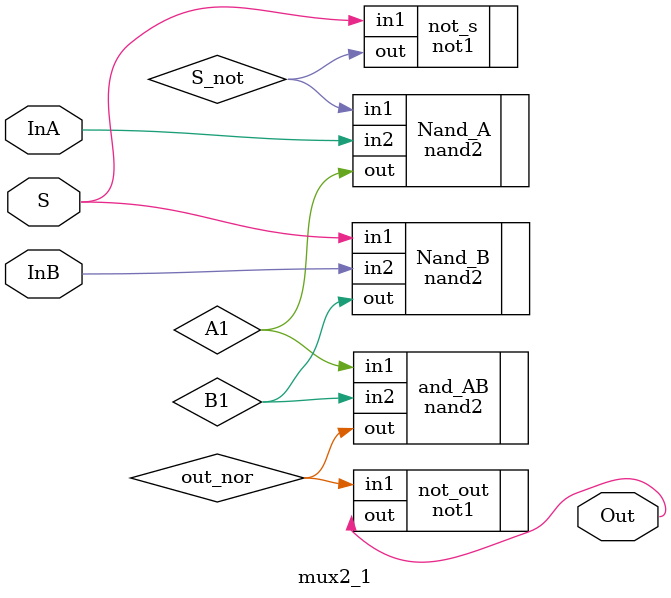
<source format=v>
/*
    CS/ECE 552 Spring '20
    Homework #1, Problem 1

    2-1 mux template
*/
module mux2_1(InA, InB, S, Out);
    input   InA, InB;
    input   S;
    output  Out;

    wire S_not;
    wire A1,B1,out_nor;

    not1 not_s(
        .in1(S),
        .out(S_not)
        );

    nand2 Nand_A (
        .in1(S_not),
        .in2(InA),
        .out(A1)
        );
     nand2 Nand_B (
        .in1(S),
        .in2(InB),
        .out(B1)
        );

    nand2 and_AB (
         .in1(A1),
        .in2(B1),
        .out(out_nor)
        );
     not1 not_out(
        .in1(out_nor),
        .out(Out)
        );

endmodule

</source>
